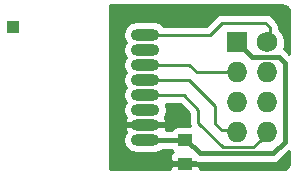
<source format=gtl>
G04 #@! TF.FileFunction,Copper,L1,Top,Signal*
%FSLAX46Y46*%
G04 Gerber Fmt 4.6, Leading zero omitted, Abs format (unit mm)*
G04 Created by KiCad (PCBNEW 4.0.2+dfsg1-stable) date Sun 14 May 2017 07:44:14 PM MDT*
%MOMM*%
G01*
G04 APERTURE LIST*
%ADD10C,0.100000*%
%ADD11O,2.400000X1.000000*%
%ADD12R,1.000000X1.000000*%
%ADD13R,1.250000X1.000000*%
%ADD14C,1.727200*%
%ADD15R,1.727200X1.727200*%
%ADD16O,1.727200X1.727200*%
%ADD17C,0.600000*%
%ADD18C,0.400000*%
%ADD19C,0.250000*%
%ADD20C,0.254000*%
G04 APERTURE END LIST*
D10*
D11*
X140800000Y-85725000D03*
X140800000Y-86995000D03*
X140800000Y-84455000D03*
X140800000Y-88265000D03*
X140800000Y-89535000D03*
X140800000Y-83185000D03*
X140800000Y-90805000D03*
X140800000Y-81915000D03*
D12*
X129600000Y-81260000D03*
D13*
X144145000Y-90821000D03*
X144145000Y-92821000D03*
D14*
X151130000Y-82550000D03*
D15*
X148590000Y-82550000D03*
D16*
X151130000Y-85090000D03*
X148590000Y-85090000D03*
X151130000Y-87630000D03*
X148590000Y-87630000D03*
X151130000Y-90170000D03*
X148590000Y-90170000D03*
D17*
X143002000Y-92837000D03*
D18*
X144145000Y-90821000D02*
X144270000Y-90821000D01*
X144270000Y-90821000D02*
X145414010Y-91965010D01*
X145414010Y-91965010D02*
X151620990Y-91965010D01*
X151620990Y-91965010D02*
X152603601Y-90982399D01*
X152083731Y-83813601D02*
X149853601Y-83813601D01*
X152603601Y-90982399D02*
X152603601Y-84333471D01*
X152603601Y-84333471D02*
X152083731Y-83813601D01*
X149853601Y-83813601D02*
X148590000Y-82550000D01*
X140200000Y-90805000D02*
X144129000Y-90805000D01*
X144129000Y-90805000D02*
X144145000Y-90821000D01*
X144145000Y-92821000D02*
X143018000Y-92821000D01*
X143018000Y-92821000D02*
X143002000Y-92837000D01*
D19*
X140200000Y-84455000D02*
X144526000Y-84455000D01*
X144526000Y-84455000D02*
X145161000Y-85090000D01*
X145161000Y-85090000D02*
X148590000Y-85090000D01*
X148640000Y-85100000D02*
X148800000Y-84940000D01*
X147300000Y-80900000D02*
X146285000Y-81915000D01*
X140200000Y-81915000D02*
X146285000Y-81915000D01*
X147300000Y-80900000D02*
X150953600Y-80900000D01*
X150953600Y-80900000D02*
X151340000Y-81286400D01*
X151340000Y-81286400D02*
X151340000Y-82400000D01*
X144505000Y-85725000D02*
X144505000Y-85755000D01*
X144505000Y-85755000D02*
X146700000Y-87950000D01*
X140200000Y-85725000D02*
X144505000Y-85725000D01*
X146700000Y-89450000D02*
X147270000Y-90020000D01*
X147270000Y-90020000D02*
X148800000Y-90020000D01*
X146700000Y-87950000D02*
X146700000Y-89450000D01*
X140200000Y-86995000D02*
X144045000Y-86995000D01*
X144045000Y-86995000D02*
X145300000Y-88250000D01*
X145300000Y-88250000D02*
X145300000Y-89350000D01*
X145300000Y-89350000D02*
X147390000Y-91440000D01*
X147390000Y-91440000D02*
X149920000Y-91440000D01*
X149920000Y-91440000D02*
X150476401Y-90883599D01*
X150476401Y-90883599D02*
X151340000Y-90020000D01*
D20*
G36*
X152623377Y-79470719D02*
X152812747Y-79597251D01*
X152939280Y-79786622D01*
X152996900Y-80076296D01*
X152996900Y-83545902D01*
X152674165Y-83223167D01*
X152516798Y-83118018D01*
X152628339Y-82849398D01*
X152628859Y-82253218D01*
X152401192Y-81702220D01*
X152100000Y-81400502D01*
X152100000Y-81286400D01*
X152042148Y-80995561D01*
X151877401Y-80748999D01*
X151491001Y-80362599D01*
X151244439Y-80197852D01*
X150953600Y-80140000D01*
X147300000Y-80140000D01*
X147009161Y-80197852D01*
X146762599Y-80362599D01*
X145970198Y-81155000D01*
X142366958Y-81155000D01*
X142338516Y-81112434D01*
X141970296Y-80866397D01*
X141535950Y-80780000D01*
X140064050Y-80780000D01*
X139629704Y-80866397D01*
X139261484Y-81112434D01*
X139015447Y-81480654D01*
X138929050Y-81915000D01*
X139015447Y-82349346D01*
X139149520Y-82550000D01*
X139015447Y-82750654D01*
X138929050Y-83185000D01*
X139015447Y-83619346D01*
X139149520Y-83820000D01*
X139015447Y-84020654D01*
X138929050Y-84455000D01*
X139015447Y-84889346D01*
X139149520Y-85090000D01*
X139015447Y-85290654D01*
X138929050Y-85725000D01*
X139015447Y-86159346D01*
X139149520Y-86360000D01*
X139015447Y-86560654D01*
X138929050Y-86995000D01*
X139015447Y-87429346D01*
X139149520Y-87630000D01*
X139015447Y-87830654D01*
X138929050Y-88265000D01*
X139015447Y-88699346D01*
X139161008Y-88917193D01*
X139005881Y-89233126D01*
X139132046Y-89408000D01*
X140673000Y-89408000D01*
X140673000Y-89400000D01*
X140927000Y-89400000D01*
X140927000Y-89408000D01*
X142467954Y-89408000D01*
X142594119Y-89233126D01*
X142438992Y-88917193D01*
X142584553Y-88699346D01*
X142670950Y-88265000D01*
X142584553Y-87830654D01*
X142534003Y-87755000D01*
X143730198Y-87755000D01*
X144540000Y-88564802D01*
X144540000Y-89350000D01*
X144597852Y-89640839D01*
X144619715Y-89673560D01*
X143520000Y-89673560D01*
X143284683Y-89717838D01*
X143068559Y-89856910D01*
X142991288Y-89970000D01*
X142528753Y-89970000D01*
X142594119Y-89836874D01*
X142467954Y-89662000D01*
X140927000Y-89662000D01*
X140927000Y-89670000D01*
X140673000Y-89670000D01*
X140673000Y-89662000D01*
X139132046Y-89662000D01*
X139005881Y-89836874D01*
X139161008Y-90152807D01*
X139015447Y-90370654D01*
X138929050Y-90805000D01*
X139015447Y-91239346D01*
X139261484Y-91607566D01*
X139629704Y-91853603D01*
X140064050Y-91940000D01*
X141535950Y-91940000D01*
X141970296Y-91853603D01*
X142289975Y-91640000D01*
X142970687Y-91640000D01*
X143055910Y-91772441D01*
X143124006Y-91818969D01*
X142981673Y-91961302D01*
X142885000Y-92194691D01*
X142885000Y-92535250D01*
X143043750Y-92694000D01*
X144018000Y-92694000D01*
X144018000Y-92674000D01*
X144272000Y-92674000D01*
X144272000Y-92694000D01*
X145030940Y-92694000D01*
X145094469Y-92736449D01*
X145414010Y-92800010D01*
X151620990Y-92800010D01*
X151940531Y-92736449D01*
X152211424Y-92555444D01*
X152996900Y-91769968D01*
X152996900Y-92643704D01*
X152939280Y-92933378D01*
X152812747Y-93122749D01*
X152623377Y-93249281D01*
X152333704Y-93306900D01*
X145405000Y-93306900D01*
X145405000Y-93106750D01*
X145246250Y-92948000D01*
X144272000Y-92948000D01*
X144272000Y-92968000D01*
X144018000Y-92968000D01*
X144018000Y-92948000D01*
X143043750Y-92948000D01*
X142885000Y-93106750D01*
X142885000Y-93306900D01*
X137795000Y-93306900D01*
X137795000Y-79413100D01*
X152333704Y-79413100D01*
X152623377Y-79470719D01*
X152623377Y-79470719D01*
G37*
X152623377Y-79470719D02*
X152812747Y-79597251D01*
X152939280Y-79786622D01*
X152996900Y-80076296D01*
X152996900Y-83545902D01*
X152674165Y-83223167D01*
X152516798Y-83118018D01*
X152628339Y-82849398D01*
X152628859Y-82253218D01*
X152401192Y-81702220D01*
X152100000Y-81400502D01*
X152100000Y-81286400D01*
X152042148Y-80995561D01*
X151877401Y-80748999D01*
X151491001Y-80362599D01*
X151244439Y-80197852D01*
X150953600Y-80140000D01*
X147300000Y-80140000D01*
X147009161Y-80197852D01*
X146762599Y-80362599D01*
X145970198Y-81155000D01*
X142366958Y-81155000D01*
X142338516Y-81112434D01*
X141970296Y-80866397D01*
X141535950Y-80780000D01*
X140064050Y-80780000D01*
X139629704Y-80866397D01*
X139261484Y-81112434D01*
X139015447Y-81480654D01*
X138929050Y-81915000D01*
X139015447Y-82349346D01*
X139149520Y-82550000D01*
X139015447Y-82750654D01*
X138929050Y-83185000D01*
X139015447Y-83619346D01*
X139149520Y-83820000D01*
X139015447Y-84020654D01*
X138929050Y-84455000D01*
X139015447Y-84889346D01*
X139149520Y-85090000D01*
X139015447Y-85290654D01*
X138929050Y-85725000D01*
X139015447Y-86159346D01*
X139149520Y-86360000D01*
X139015447Y-86560654D01*
X138929050Y-86995000D01*
X139015447Y-87429346D01*
X139149520Y-87630000D01*
X139015447Y-87830654D01*
X138929050Y-88265000D01*
X139015447Y-88699346D01*
X139161008Y-88917193D01*
X139005881Y-89233126D01*
X139132046Y-89408000D01*
X140673000Y-89408000D01*
X140673000Y-89400000D01*
X140927000Y-89400000D01*
X140927000Y-89408000D01*
X142467954Y-89408000D01*
X142594119Y-89233126D01*
X142438992Y-88917193D01*
X142584553Y-88699346D01*
X142670950Y-88265000D01*
X142584553Y-87830654D01*
X142534003Y-87755000D01*
X143730198Y-87755000D01*
X144540000Y-88564802D01*
X144540000Y-89350000D01*
X144597852Y-89640839D01*
X144619715Y-89673560D01*
X143520000Y-89673560D01*
X143284683Y-89717838D01*
X143068559Y-89856910D01*
X142991288Y-89970000D01*
X142528753Y-89970000D01*
X142594119Y-89836874D01*
X142467954Y-89662000D01*
X140927000Y-89662000D01*
X140927000Y-89670000D01*
X140673000Y-89670000D01*
X140673000Y-89662000D01*
X139132046Y-89662000D01*
X139005881Y-89836874D01*
X139161008Y-90152807D01*
X139015447Y-90370654D01*
X138929050Y-90805000D01*
X139015447Y-91239346D01*
X139261484Y-91607566D01*
X139629704Y-91853603D01*
X140064050Y-91940000D01*
X141535950Y-91940000D01*
X141970296Y-91853603D01*
X142289975Y-91640000D01*
X142970687Y-91640000D01*
X143055910Y-91772441D01*
X143124006Y-91818969D01*
X142981673Y-91961302D01*
X142885000Y-92194691D01*
X142885000Y-92535250D01*
X143043750Y-92694000D01*
X144018000Y-92694000D01*
X144018000Y-92674000D01*
X144272000Y-92674000D01*
X144272000Y-92694000D01*
X145030940Y-92694000D01*
X145094469Y-92736449D01*
X145414010Y-92800010D01*
X151620990Y-92800010D01*
X151940531Y-92736449D01*
X152211424Y-92555444D01*
X152996900Y-91769968D01*
X152996900Y-92643704D01*
X152939280Y-92933378D01*
X152812747Y-93122749D01*
X152623377Y-93249281D01*
X152333704Y-93306900D01*
X145405000Y-93306900D01*
X145405000Y-93106750D01*
X145246250Y-92948000D01*
X144272000Y-92948000D01*
X144272000Y-92968000D01*
X144018000Y-92968000D01*
X144018000Y-92948000D01*
X143043750Y-92948000D01*
X142885000Y-93106750D01*
X142885000Y-93306900D01*
X137795000Y-93306900D01*
X137795000Y-79413100D01*
X152333704Y-79413100D01*
X152623377Y-79470719D01*
G36*
X151257000Y-84963000D02*
X151277000Y-84963000D01*
X151277000Y-85217000D01*
X151257000Y-85217000D01*
X151257000Y-85237000D01*
X151003000Y-85237000D01*
X151003000Y-85217000D01*
X150983000Y-85217000D01*
X150983000Y-84963000D01*
X151003000Y-84963000D01*
X151003000Y-84943000D01*
X151257000Y-84943000D01*
X151257000Y-84963000D01*
X151257000Y-84963000D01*
G37*
X151257000Y-84963000D02*
X151277000Y-84963000D01*
X151277000Y-85217000D01*
X151257000Y-85217000D01*
X151257000Y-85237000D01*
X151003000Y-85237000D01*
X151003000Y-85217000D01*
X150983000Y-85217000D01*
X150983000Y-84963000D01*
X151003000Y-84963000D01*
X151003000Y-84943000D01*
X151257000Y-84943000D01*
X151257000Y-84963000D01*
M02*

</source>
